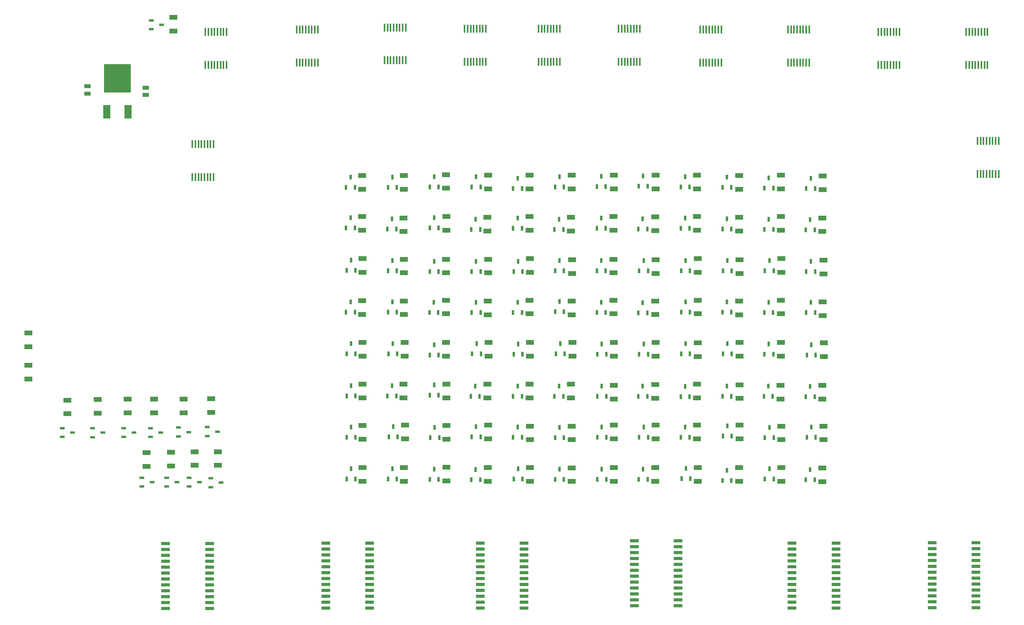
<source format=gbr>
%TF.GenerationSoftware,KiCad,Pcbnew,(5.1.6)-1*%
%TF.CreationDate,2021-11-11T13:14:54-05:00*%
%TF.ProjectId,ThermoPlate2_v1,54686572-6d6f-4506-9c61-7465325f7631,rev?*%
%TF.SameCoordinates,Original*%
%TF.FileFunction,Paste,Top*%
%TF.FilePolarity,Positive*%
%FSLAX46Y46*%
G04 Gerber Fmt 4.6, Leading zero omitted, Abs format (unit mm)*
G04 Created by KiCad (PCBNEW (5.1.6)-1) date 2021-11-11 13:14:54*
%MOMM*%
%LPD*%
G01*
G04 APERTURE LIST*
%ADD10R,1.752600X1.117600*%
%ADD11R,0.450000X1.800000*%
%ADD12R,1.390000X0.960000*%
%ADD13R,1.600000X3.000000*%
%ADD14R,5.800000X6.200000*%
%ADD15R,1.950000X0.650000*%
%ADD16R,1.050000X0.600000*%
%ADD17R,0.600000X1.050000*%
G04 APERTURE END LIST*
D10*
%TO.C,R109*%
X40800000Y-109226800D03*
X40800000Y-112173200D03*
%TD*%
%TO.C,R108*%
X40800000Y-102326800D03*
X40800000Y-105273200D03*
%TD*%
D11*
%TO.C,IC10*%
X150425000Y-43950000D03*
X151075000Y-43950000D03*
X151725000Y-43950000D03*
X152375000Y-43950000D03*
X153025000Y-43950000D03*
X153675000Y-43950000D03*
X154325000Y-43950000D03*
X154975000Y-43950000D03*
X154975000Y-36850000D03*
X154325000Y-36850000D03*
X153675000Y-36850000D03*
X153025000Y-36850000D03*
X152375000Y-36850000D03*
X151725000Y-36850000D03*
X151075000Y-36850000D03*
X150425000Y-36850000D03*
%TD*%
%TO.C,IC11*%
X167625000Y-36850000D03*
X168275000Y-36850000D03*
X168925000Y-36850000D03*
X169575000Y-36850000D03*
X170225000Y-36850000D03*
X170875000Y-36850000D03*
X171525000Y-36850000D03*
X172175000Y-36850000D03*
X172175000Y-43950000D03*
X171525000Y-43950000D03*
X170875000Y-43950000D03*
X170225000Y-43950000D03*
X169575000Y-43950000D03*
X168925000Y-43950000D03*
X168275000Y-43950000D03*
X167625000Y-43950000D03*
%TD*%
D10*
%TO.C,R36*%
X139600000Y-71273200D03*
X139600000Y-68326800D03*
%TD*%
D12*
%TO.C,C1*%
X66000000Y-51090000D03*
X66000000Y-49510000D03*
%TD*%
%TO.C,C2*%
X53500000Y-49210000D03*
X53500000Y-50790000D03*
%TD*%
D13*
%TO.C,IC1*%
X57615000Y-54679000D03*
X62185000Y-54679000D03*
D14*
X59900000Y-47500000D03*
%TD*%
D11*
%TO.C,IC2*%
X76025000Y-61650000D03*
X76675000Y-61650000D03*
X77325000Y-61650000D03*
X77975000Y-61650000D03*
X78625000Y-61650000D03*
X79275000Y-61650000D03*
X79925000Y-61650000D03*
X80575000Y-61650000D03*
X80575000Y-68750000D03*
X79925000Y-68750000D03*
X79275000Y-68750000D03*
X78625000Y-68750000D03*
X77975000Y-68750000D03*
X77325000Y-68750000D03*
X76675000Y-68750000D03*
X76025000Y-68750000D03*
%TD*%
D15*
%TO.C,IC3*%
X70275000Y-147615000D03*
X70275000Y-148885000D03*
X70275000Y-150155000D03*
X70275000Y-151425000D03*
X70275000Y-152695000D03*
X70275000Y-153965000D03*
X70275000Y-155235000D03*
X70275000Y-156505000D03*
X70275000Y-157775000D03*
X70275000Y-159045000D03*
X70275000Y-160315000D03*
X70275000Y-161585000D03*
X79725000Y-161585000D03*
X79725000Y-160315000D03*
X79725000Y-159045000D03*
X79725000Y-157775000D03*
X79725000Y-156505000D03*
X79725000Y-155235000D03*
X79725000Y-153965000D03*
X79725000Y-152695000D03*
X79725000Y-151425000D03*
X79725000Y-150155000D03*
X79725000Y-148885000D03*
X79725000Y-147615000D03*
%TD*%
D11*
%TO.C,IC4*%
X78825000Y-37550000D03*
X79475000Y-37550000D03*
X80125000Y-37550000D03*
X80775000Y-37550000D03*
X81425000Y-37550000D03*
X82075000Y-37550000D03*
X82725000Y-37550000D03*
X83375000Y-37550000D03*
X83375000Y-44650000D03*
X82725000Y-44650000D03*
X82075000Y-44650000D03*
X81425000Y-44650000D03*
X80775000Y-44650000D03*
X80125000Y-44650000D03*
X79475000Y-44650000D03*
X78825000Y-44650000D03*
%TD*%
%TO.C,IC5*%
X98425000Y-44150000D03*
X99075000Y-44150000D03*
X99725000Y-44150000D03*
X100375000Y-44150000D03*
X101025000Y-44150000D03*
X101675000Y-44150000D03*
X102325000Y-44150000D03*
X102975000Y-44150000D03*
X102975000Y-37050000D03*
X102325000Y-37050000D03*
X101675000Y-37050000D03*
X101025000Y-37050000D03*
X100375000Y-37050000D03*
X99725000Y-37050000D03*
X99075000Y-37050000D03*
X98425000Y-37050000D03*
%TD*%
D15*
%TO.C,IC6*%
X114125000Y-147515000D03*
X114125000Y-148785000D03*
X114125000Y-150055000D03*
X114125000Y-151325000D03*
X114125000Y-152595000D03*
X114125000Y-153865000D03*
X114125000Y-155135000D03*
X114125000Y-156405000D03*
X114125000Y-157675000D03*
X114125000Y-158945000D03*
X114125000Y-160215000D03*
X114125000Y-161485000D03*
X104675000Y-161485000D03*
X104675000Y-160215000D03*
X104675000Y-158945000D03*
X104675000Y-157675000D03*
X104675000Y-156405000D03*
X104675000Y-155135000D03*
X104675000Y-153865000D03*
X104675000Y-152595000D03*
X104675000Y-151325000D03*
X104675000Y-150055000D03*
X104675000Y-148785000D03*
X104675000Y-147515000D03*
%TD*%
D11*
%TO.C,IC7*%
X117325000Y-36550000D03*
X117975000Y-36550000D03*
X118625000Y-36550000D03*
X119275000Y-36550000D03*
X119925000Y-36550000D03*
X120575000Y-36550000D03*
X121225000Y-36550000D03*
X121875000Y-36550000D03*
X121875000Y-43650000D03*
X121225000Y-43650000D03*
X120575000Y-43650000D03*
X119925000Y-43650000D03*
X119275000Y-43650000D03*
X118625000Y-43650000D03*
X117975000Y-43650000D03*
X117325000Y-43650000D03*
%TD*%
%TO.C,IC8*%
X134525000Y-43950000D03*
X135175000Y-43950000D03*
X135825000Y-43950000D03*
X136475000Y-43950000D03*
X137125000Y-43950000D03*
X137775000Y-43950000D03*
X138425000Y-43950000D03*
X139075000Y-43950000D03*
X139075000Y-36850000D03*
X138425000Y-36850000D03*
X137775000Y-36850000D03*
X137125000Y-36850000D03*
X136475000Y-36850000D03*
X135825000Y-36850000D03*
X135175000Y-36850000D03*
X134525000Y-36850000D03*
%TD*%
D15*
%TO.C,IC9*%
X147325000Y-147515000D03*
X147325000Y-148785000D03*
X147325000Y-150055000D03*
X147325000Y-151325000D03*
X147325000Y-152595000D03*
X147325000Y-153865000D03*
X147325000Y-155135000D03*
X147325000Y-156405000D03*
X147325000Y-157675000D03*
X147325000Y-158945000D03*
X147325000Y-160215000D03*
X147325000Y-161485000D03*
X137875000Y-161485000D03*
X137875000Y-160215000D03*
X137875000Y-158945000D03*
X137875000Y-157675000D03*
X137875000Y-156405000D03*
X137875000Y-155135000D03*
X137875000Y-153865000D03*
X137875000Y-152595000D03*
X137875000Y-151325000D03*
X137875000Y-150055000D03*
X137875000Y-148785000D03*
X137875000Y-147515000D03*
%TD*%
%TO.C,IC12*%
X170975000Y-147015000D03*
X170975000Y-148285000D03*
X170975000Y-149555000D03*
X170975000Y-150825000D03*
X170975000Y-152095000D03*
X170975000Y-153365000D03*
X170975000Y-154635000D03*
X170975000Y-155905000D03*
X170975000Y-157175000D03*
X170975000Y-158445000D03*
X170975000Y-159715000D03*
X170975000Y-160985000D03*
X180425000Y-160985000D03*
X180425000Y-159715000D03*
X180425000Y-158445000D03*
X180425000Y-157175000D03*
X180425000Y-155905000D03*
X180425000Y-154635000D03*
X180425000Y-153365000D03*
X180425000Y-152095000D03*
X180425000Y-150825000D03*
X180425000Y-149555000D03*
X180425000Y-148285000D03*
X180425000Y-147015000D03*
%TD*%
D11*
%TO.C,IC13*%
X185125000Y-37050000D03*
X185775000Y-37050000D03*
X186425000Y-37050000D03*
X187075000Y-37050000D03*
X187725000Y-37050000D03*
X188375000Y-37050000D03*
X189025000Y-37050000D03*
X189675000Y-37050000D03*
X189675000Y-44150000D03*
X189025000Y-44150000D03*
X188375000Y-44150000D03*
X187725000Y-44150000D03*
X187075000Y-44150000D03*
X186425000Y-44150000D03*
X185775000Y-44150000D03*
X185125000Y-44150000D03*
%TD*%
%TO.C,IC14*%
X204025000Y-37050000D03*
X204675000Y-37050000D03*
X205325000Y-37050000D03*
X205975000Y-37050000D03*
X206625000Y-37050000D03*
X207275000Y-37050000D03*
X207925000Y-37050000D03*
X208575000Y-37050000D03*
X208575000Y-44150000D03*
X207925000Y-44150000D03*
X207275000Y-44150000D03*
X206625000Y-44150000D03*
X205975000Y-44150000D03*
X205325000Y-44150000D03*
X204675000Y-44150000D03*
X204025000Y-44150000D03*
%TD*%
D15*
%TO.C,IC15*%
X204875000Y-147515000D03*
X204875000Y-148785000D03*
X204875000Y-150055000D03*
X204875000Y-151325000D03*
X204875000Y-152595000D03*
X204875000Y-153865000D03*
X204875000Y-155135000D03*
X204875000Y-156405000D03*
X204875000Y-157675000D03*
X204875000Y-158945000D03*
X204875000Y-160215000D03*
X204875000Y-161485000D03*
X214325000Y-161485000D03*
X214325000Y-160215000D03*
X214325000Y-158945000D03*
X214325000Y-157675000D03*
X214325000Y-156405000D03*
X214325000Y-155135000D03*
X214325000Y-153865000D03*
X214325000Y-152595000D03*
X214325000Y-151325000D03*
X214325000Y-150055000D03*
X214325000Y-148785000D03*
X214325000Y-147515000D03*
%TD*%
D11*
%TO.C,IC16*%
X223425000Y-44650000D03*
X224075000Y-44650000D03*
X224725000Y-44650000D03*
X225375000Y-44650000D03*
X226025000Y-44650000D03*
X226675000Y-44650000D03*
X227325000Y-44650000D03*
X227975000Y-44650000D03*
X227975000Y-37550000D03*
X227325000Y-37550000D03*
X226675000Y-37550000D03*
X226025000Y-37550000D03*
X225375000Y-37550000D03*
X224725000Y-37550000D03*
X224075000Y-37550000D03*
X223425000Y-37550000D03*
%TD*%
%TO.C,IC17*%
X242325000Y-44650000D03*
X242975000Y-44650000D03*
X243625000Y-44650000D03*
X244275000Y-44650000D03*
X244925000Y-44650000D03*
X245575000Y-44650000D03*
X246225000Y-44650000D03*
X246875000Y-44650000D03*
X246875000Y-37550000D03*
X246225000Y-37550000D03*
X245575000Y-37550000D03*
X244925000Y-37550000D03*
X244275000Y-37550000D03*
X243625000Y-37550000D03*
X242975000Y-37550000D03*
X242325000Y-37550000D03*
%TD*%
D15*
%TO.C,IC18*%
X244425000Y-147415000D03*
X244425000Y-148685000D03*
X244425000Y-149955000D03*
X244425000Y-151225000D03*
X244425000Y-152495000D03*
X244425000Y-153765000D03*
X244425000Y-155035000D03*
X244425000Y-156305000D03*
X244425000Y-157575000D03*
X244425000Y-158845000D03*
X244425000Y-160115000D03*
X244425000Y-161385000D03*
X234975000Y-161385000D03*
X234975000Y-160115000D03*
X234975000Y-158845000D03*
X234975000Y-157575000D03*
X234975000Y-156305000D03*
X234975000Y-155035000D03*
X234975000Y-153765000D03*
X234975000Y-152495000D03*
X234975000Y-151225000D03*
X234975000Y-149955000D03*
X234975000Y-148685000D03*
X234975000Y-147415000D03*
%TD*%
D11*
%TO.C,IC19*%
X244750000Y-68100000D03*
X245400000Y-68100000D03*
X246050000Y-68100000D03*
X246700000Y-68100000D03*
X247350000Y-68100000D03*
X248000000Y-68100000D03*
X248650000Y-68100000D03*
X249300000Y-68100000D03*
X249300000Y-61000000D03*
X248650000Y-61000000D03*
X248000000Y-61000000D03*
X247350000Y-61000000D03*
X246700000Y-61000000D03*
X246050000Y-61000000D03*
X245400000Y-61000000D03*
X244750000Y-61000000D03*
%TD*%
D10*
%TO.C,R1*%
X49200000Y-119673200D03*
X49200000Y-116726800D03*
%TD*%
%TO.C,R2*%
X55700000Y-116600000D03*
X55700000Y-119546400D03*
%TD*%
%TO.C,R3*%
X62100000Y-119446400D03*
X62100000Y-116500000D03*
%TD*%
%TO.C,R4*%
X67800000Y-116526800D03*
X67800000Y-119473200D03*
%TD*%
%TO.C,R5*%
X74100000Y-119473200D03*
X74100000Y-116526800D03*
%TD*%
%TO.C,R6*%
X80100000Y-116426800D03*
X80100000Y-119373200D03*
%TD*%
%TO.C,R7*%
X66200000Y-130973200D03*
X66200000Y-128026800D03*
%TD*%
%TO.C,R8*%
X71400000Y-127926800D03*
X71400000Y-130873200D03*
%TD*%
%TO.C,R9*%
X76500000Y-130773200D03*
X76500000Y-127826800D03*
%TD*%
%TO.C,R10*%
X81500000Y-127826800D03*
X81500000Y-130773200D03*
%TD*%
%TO.C,R11*%
X112500000Y-71373200D03*
X112500000Y-68426800D03*
%TD*%
%TO.C,R12*%
X112500000Y-77226800D03*
X112500000Y-80173200D03*
%TD*%
%TO.C,R13*%
X112600000Y-86326800D03*
X112600000Y-89273200D03*
%TD*%
%TO.C,R14*%
X112500000Y-98273200D03*
X112500000Y-95326800D03*
%TD*%
%TO.C,R15*%
X112600000Y-104326800D03*
X112600000Y-107273200D03*
%TD*%
%TO.C,R16*%
X112600000Y-113326800D03*
X112600000Y-116273200D03*
%TD*%
%TO.C,R17*%
X112600000Y-125173200D03*
X112600000Y-122226800D03*
%TD*%
%TO.C,R18*%
X112600000Y-134173200D03*
X112600000Y-131226800D03*
%TD*%
%TO.C,R19*%
X71900000Y-37373200D03*
X71900000Y-34426800D03*
%TD*%
%TO.C,R20*%
X121500000Y-71373200D03*
X121500000Y-68426800D03*
%TD*%
%TO.C,R21*%
X121400000Y-77526800D03*
X121400000Y-80473200D03*
%TD*%
%TO.C,R22*%
X121500000Y-86426800D03*
X121500000Y-89373200D03*
%TD*%
%TO.C,R23*%
X121500000Y-98346400D03*
X121500000Y-95400000D03*
%TD*%
%TO.C,R24*%
X121600000Y-107273200D03*
X121600000Y-104326800D03*
%TD*%
%TO.C,R25*%
X121400000Y-116273200D03*
X121400000Y-113326800D03*
%TD*%
%TO.C,R26*%
X121700000Y-125073200D03*
X121700000Y-122126800D03*
%TD*%
%TO.C,R27*%
X121500000Y-131226800D03*
X121500000Y-134173200D03*
%TD*%
%TO.C,R28*%
X130500000Y-71173200D03*
X130500000Y-68226800D03*
%TD*%
%TO.C,R29*%
X130600000Y-77226800D03*
X130600000Y-80173200D03*
%TD*%
%TO.C,R30*%
X130500000Y-89373200D03*
X130500000Y-86426800D03*
%TD*%
%TO.C,R31*%
X130500000Y-95226800D03*
X130500000Y-98173200D03*
%TD*%
%TO.C,R32*%
X130500000Y-104326800D03*
X130500000Y-107273200D03*
%TD*%
%TO.C,R33*%
X130600000Y-113326800D03*
X130600000Y-116273200D03*
%TD*%
%TO.C,R34*%
X130600000Y-125173200D03*
X130600000Y-122226800D03*
%TD*%
%TO.C,R35*%
X130600000Y-131200000D03*
X130600000Y-134146400D03*
%TD*%
%TO.C,R37*%
X139400000Y-77426800D03*
X139400000Y-80373200D03*
%TD*%
%TO.C,R38*%
X139600000Y-86426800D03*
X139600000Y-89373200D03*
%TD*%
%TO.C,R39*%
X139500000Y-98373200D03*
X139500000Y-95426800D03*
%TD*%
%TO.C,R40*%
X139700000Y-107273200D03*
X139700000Y-104326800D03*
%TD*%
%TO.C,R41*%
X139400000Y-113326800D03*
X139400000Y-116273200D03*
%TD*%
%TO.C,R42*%
X139600000Y-122126800D03*
X139600000Y-125073200D03*
%TD*%
%TO.C,R43*%
X139500000Y-134173200D03*
X139500000Y-131226800D03*
%TD*%
%TO.C,R44*%
X148500000Y-71273200D03*
X148500000Y-68326800D03*
%TD*%
%TO.C,R45*%
X148500000Y-77226800D03*
X148500000Y-80173200D03*
%TD*%
%TO.C,R46*%
X148600000Y-86326800D03*
X148600000Y-89273200D03*
%TD*%
%TO.C,R47*%
X148500000Y-95226800D03*
X148500000Y-98173200D03*
%TD*%
%TO.C,R48*%
X148600000Y-107273200D03*
X148600000Y-104326800D03*
%TD*%
%TO.C,R49*%
X148500000Y-113326800D03*
X148500000Y-116273200D03*
%TD*%
%TO.C,R50*%
X148600000Y-122326800D03*
X148600000Y-125273200D03*
%TD*%
%TO.C,R51*%
X148600000Y-134173200D03*
X148600000Y-131226800D03*
%TD*%
%TO.C,R52*%
X157500000Y-71273200D03*
X157500000Y-68326800D03*
%TD*%
%TO.C,R53*%
X157400000Y-77426800D03*
X157400000Y-80373200D03*
%TD*%
%TO.C,R54*%
X157600000Y-86526800D03*
X157600000Y-89473200D03*
%TD*%
%TO.C,R55*%
X157500000Y-98373200D03*
X157500000Y-95426800D03*
%TD*%
%TO.C,R56*%
X157700000Y-107273200D03*
X157700000Y-104326800D03*
%TD*%
%TO.C,R57*%
X157400000Y-116273200D03*
X157400000Y-113326800D03*
%TD*%
%TO.C,R58*%
X157500000Y-125273200D03*
X157500000Y-122326800D03*
%TD*%
%TO.C,R59*%
X157500000Y-131300000D03*
X157500000Y-134246400D03*
%TD*%
%TO.C,R60*%
X166600000Y-68326800D03*
X166600000Y-71273200D03*
%TD*%
%TO.C,R61*%
X166500000Y-80173200D03*
X166500000Y-77226800D03*
%TD*%
%TO.C,R62*%
X166500000Y-86426800D03*
X166500000Y-89373200D03*
%TD*%
%TO.C,R63*%
X166500000Y-98173200D03*
X166500000Y-95226800D03*
%TD*%
%TO.C,R64*%
X166600000Y-107273200D03*
X166600000Y-104326800D03*
%TD*%
%TO.C,R65*%
X166600000Y-113526800D03*
X166600000Y-116473200D03*
%TD*%
%TO.C,R66*%
X166600000Y-122126800D03*
X166600000Y-125073200D03*
%TD*%
%TO.C,R67*%
X166600000Y-134173200D03*
X166600000Y-131226800D03*
%TD*%
%TO.C,R68*%
X175600000Y-71273200D03*
X175600000Y-68326800D03*
%TD*%
%TO.C,R69*%
X175500000Y-77326800D03*
X175500000Y-80273200D03*
%TD*%
%TO.C,R70*%
X175600000Y-86526800D03*
X175600000Y-89473200D03*
%TD*%
%TO.C,R71*%
X175500000Y-98346400D03*
X175500000Y-95400000D03*
%TD*%
%TO.C,R72*%
X175600000Y-104326800D03*
X175600000Y-107273200D03*
%TD*%
%TO.C,R73*%
X175500000Y-116313001D03*
X175500000Y-113366601D03*
%TD*%
%TO.C,R74*%
X175600000Y-125073200D03*
X175600000Y-122126800D03*
%TD*%
%TO.C,R75*%
X175500000Y-131226800D03*
X175500000Y-134173200D03*
%TD*%
%TO.C,R76*%
X184500000Y-68326800D03*
X184500000Y-71273200D03*
%TD*%
%TO.C,R77*%
X184500000Y-80173200D03*
X184500000Y-77226800D03*
%TD*%
%TO.C,R78*%
X184600000Y-89273200D03*
X184600000Y-86326800D03*
%TD*%
%TO.C,R79*%
X184600000Y-95226800D03*
X184600000Y-98173200D03*
%TD*%
%TO.C,R80*%
X184600000Y-104426800D03*
X184600000Y-107373200D03*
%TD*%
%TO.C,R81*%
X184500000Y-116273200D03*
X184500000Y-113326800D03*
%TD*%
%TO.C,R82*%
X184500000Y-125073200D03*
X184500000Y-122126800D03*
%TD*%
%TO.C,R83*%
X184600000Y-131226800D03*
X184600000Y-134173200D03*
%TD*%
%TO.C,R84*%
X193500000Y-68426800D03*
X193500000Y-71373200D03*
%TD*%
%TO.C,R85*%
X193500000Y-80373200D03*
X193500000Y-77426800D03*
%TD*%
%TO.C,R86*%
X193600000Y-89473200D03*
X193600000Y-86526800D03*
%TD*%
%TO.C,R87*%
X193500000Y-95426800D03*
X193500000Y-98373200D03*
%TD*%
%TO.C,R88*%
X193600000Y-104326800D03*
X193600000Y-107273200D03*
%TD*%
%TO.C,R89*%
X193600000Y-116373200D03*
X193600000Y-113426800D03*
%TD*%
%TO.C,R90*%
X193600000Y-125073200D03*
X193600000Y-122126800D03*
%TD*%
%TO.C,R91*%
X193500000Y-131226800D03*
X193500000Y-134173200D03*
%TD*%
%TO.C,R92*%
X202500000Y-68326800D03*
X202500000Y-71273200D03*
%TD*%
%TO.C,R93*%
X202500000Y-80173200D03*
X202500000Y-77226800D03*
%TD*%
%TO.C,R94*%
X202600000Y-89273200D03*
X202600000Y-86326800D03*
%TD*%
%TO.C,R95*%
X202500000Y-95226800D03*
X202500000Y-98173200D03*
%TD*%
%TO.C,R96*%
X202500000Y-104326800D03*
X202500000Y-107273200D03*
%TD*%
%TO.C,R97*%
X202400000Y-116473200D03*
X202400000Y-113526800D03*
%TD*%
%TO.C,R98*%
X202600000Y-125273200D03*
X202600000Y-122326800D03*
%TD*%
%TO.C,R99*%
X202600000Y-131226800D03*
X202600000Y-134173200D03*
%TD*%
%TO.C,R100*%
X211500000Y-68526800D03*
X211500000Y-71473200D03*
%TD*%
%TO.C,R101*%
X211400000Y-80473200D03*
X211400000Y-77526800D03*
%TD*%
%TO.C,R102*%
X211600000Y-89573200D03*
X211600000Y-86626800D03*
%TD*%
%TO.C,R103*%
X211500000Y-95626800D03*
X211500000Y-98573200D03*
%TD*%
%TO.C,R104*%
X211700000Y-104426800D03*
X211700000Y-107373200D03*
%TD*%
%TO.C,R105*%
X211400000Y-116473200D03*
X211400000Y-113526800D03*
%TD*%
%TO.C,R106*%
X211600000Y-125273200D03*
X211600000Y-122326800D03*
%TD*%
%TO.C,R107*%
X211400000Y-131326800D03*
X211400000Y-134273200D03*
%TD*%
D16*
%TO.C,Q1*%
X50300000Y-123700000D03*
X48100000Y-124650000D03*
X48100000Y-122750000D03*
%TD*%
%TO.C,Q2*%
X54600000Y-122800000D03*
X54600000Y-124700000D03*
X56800000Y-123750000D03*
%TD*%
%TO.C,Q3*%
X61300000Y-122750000D03*
X61300000Y-124650000D03*
X63500000Y-123700000D03*
%TD*%
%TO.C,Q4*%
X67000000Y-122750000D03*
X67000000Y-124650000D03*
X69200000Y-123700000D03*
%TD*%
%TO.C,Q5*%
X75200000Y-123600000D03*
X73000000Y-124550000D03*
X73000000Y-122650000D03*
%TD*%
%TO.C,Q6*%
X79200000Y-122550000D03*
X79200000Y-124450000D03*
X81400000Y-123500000D03*
%TD*%
%TO.C,Q7*%
X67400000Y-134400000D03*
X65200000Y-135350000D03*
X65200000Y-133450000D03*
%TD*%
%TO.C,Q8*%
X72700000Y-134400000D03*
X70500000Y-135350000D03*
X70500000Y-133450000D03*
%TD*%
%TO.C,Q9*%
X75300000Y-133450000D03*
X75300000Y-135350000D03*
X77500000Y-134400000D03*
%TD*%
%TO.C,Q10*%
X80000000Y-133550000D03*
X80000000Y-135450000D03*
X82200000Y-134500000D03*
%TD*%
D17*
%TO.C,Q11*%
X110000000Y-68800000D03*
X110950000Y-71000000D03*
X109050000Y-71000000D03*
%TD*%
%TO.C,Q12*%
X110000000Y-77500000D03*
X110950000Y-79700000D03*
X109050000Y-79700000D03*
%TD*%
%TO.C,Q13*%
X109150000Y-88800000D03*
X111050000Y-88800000D03*
X110100000Y-86600000D03*
%TD*%
%TO.C,Q14*%
X110000000Y-95600000D03*
X110950000Y-97800000D03*
X109050000Y-97800000D03*
%TD*%
%TO.C,Q15*%
X110100000Y-104600000D03*
X111050000Y-106800000D03*
X109150000Y-106800000D03*
%TD*%
%TO.C,Q16*%
X109150000Y-115800000D03*
X111050000Y-115800000D03*
X110100000Y-113600000D03*
%TD*%
%TO.C,Q17*%
X110100000Y-122500000D03*
X111050000Y-124700000D03*
X109150000Y-124700000D03*
%TD*%
%TO.C,Q18*%
X110100000Y-131500000D03*
X111050000Y-133700000D03*
X109150000Y-133700000D03*
%TD*%
D16*
%TO.C,Q19*%
X69400000Y-36000000D03*
X67200000Y-36950000D03*
X67200000Y-35050000D03*
%TD*%
D17*
%TO.C,Q20*%
X118050000Y-71000000D03*
X119950000Y-71000000D03*
X119000000Y-68800000D03*
%TD*%
%TO.C,Q21*%
X117950000Y-79900000D03*
X119850000Y-79900000D03*
X118900000Y-77700000D03*
%TD*%
%TO.C,Q22*%
X118050000Y-88900000D03*
X119950000Y-88900000D03*
X119000000Y-86700000D03*
%TD*%
%TO.C,Q23*%
X118050000Y-97800000D03*
X119950000Y-97800000D03*
X119000000Y-95600000D03*
%TD*%
%TO.C,Q24*%
X119100000Y-104600000D03*
X120050000Y-106800000D03*
X118150000Y-106800000D03*
%TD*%
%TO.C,Q25*%
X117950000Y-115800000D03*
X119850000Y-115800000D03*
X118900000Y-113600000D03*
%TD*%
%TO.C,Q26*%
X119200000Y-122400000D03*
X120150000Y-124600000D03*
X118250000Y-124600000D03*
%TD*%
%TO.C,Q27*%
X119000000Y-131500000D03*
X119950000Y-133700000D03*
X118050000Y-133700000D03*
%TD*%
%TO.C,Q28*%
X128000000Y-68700000D03*
X128950000Y-70900000D03*
X127050000Y-70900000D03*
%TD*%
%TO.C,Q29*%
X128000000Y-77500000D03*
X128950000Y-79700000D03*
X127050000Y-79700000D03*
%TD*%
%TO.C,Q30*%
X127050000Y-89100000D03*
X128950000Y-89100000D03*
X128000000Y-86900000D03*
%TD*%
%TO.C,Q31*%
X127900000Y-95700000D03*
X128850000Y-97900000D03*
X126950000Y-97900000D03*
%TD*%
%TO.C,Q32*%
X128000000Y-104800000D03*
X128950000Y-107000000D03*
X127050000Y-107000000D03*
%TD*%
%TO.C,Q33*%
X127050000Y-115700000D03*
X128950000Y-115700000D03*
X128000000Y-113500000D03*
%TD*%
%TO.C,Q34*%
X128100000Y-122600000D03*
X129050000Y-124800000D03*
X127150000Y-124800000D03*
%TD*%
%TO.C,Q35*%
X128000000Y-131600000D03*
X128950000Y-133800000D03*
X127050000Y-133800000D03*
%TD*%
%TO.C,Q36*%
X136050000Y-70900000D03*
X137950000Y-70900000D03*
X137000000Y-68700000D03*
%TD*%
%TO.C,Q37*%
X136900000Y-77800000D03*
X137850000Y-80000000D03*
X135950000Y-80000000D03*
%TD*%
%TO.C,Q38*%
X136050000Y-89100000D03*
X137950000Y-89100000D03*
X137000000Y-86900000D03*
%TD*%
%TO.C,Q39*%
X136050000Y-97900000D03*
X137950000Y-97900000D03*
X137000000Y-95700000D03*
%TD*%
%TO.C,Q40*%
X136150000Y-106800000D03*
X138050000Y-106800000D03*
X137100000Y-104600000D03*
%TD*%
%TO.C,Q41*%
X136800000Y-113700000D03*
X137750000Y-115900000D03*
X135850000Y-115900000D03*
%TD*%
%TO.C,Q42*%
X137000000Y-122400000D03*
X137950000Y-124600000D03*
X136050000Y-124600000D03*
%TD*%
%TO.C,Q43*%
X135950000Y-133900000D03*
X137850000Y-133900000D03*
X136900000Y-131700000D03*
%TD*%
%TO.C,Q44*%
X145900000Y-69000000D03*
X146850000Y-71200000D03*
X144950000Y-71200000D03*
%TD*%
%TO.C,Q45*%
X145900000Y-77600000D03*
X146850000Y-79800000D03*
X144950000Y-79800000D03*
%TD*%
%TO.C,Q46*%
X145050000Y-89100000D03*
X146950000Y-89100000D03*
X146000000Y-86900000D03*
%TD*%
%TO.C,Q47*%
X144950000Y-97900000D03*
X146850000Y-97900000D03*
X145900000Y-95700000D03*
%TD*%
%TO.C,Q48*%
X145050000Y-106900000D03*
X146950000Y-106900000D03*
X146000000Y-104700000D03*
%TD*%
%TO.C,Q49*%
X144950000Y-115900000D03*
X146850000Y-115900000D03*
X145900000Y-113700000D03*
%TD*%
%TO.C,Q50*%
X144950000Y-124700000D03*
X146850000Y-124700000D03*
X145900000Y-122500000D03*
%TD*%
%TO.C,Q51*%
X146000000Y-131500000D03*
X146950000Y-133700000D03*
X145050000Y-133700000D03*
%TD*%
%TO.C,Q52*%
X154900000Y-68700000D03*
X155850000Y-70900000D03*
X153950000Y-70900000D03*
%TD*%
%TO.C,Q53*%
X153850000Y-80000000D03*
X155750000Y-80000000D03*
X154800000Y-77800000D03*
%TD*%
%TO.C,Q54*%
X153950000Y-88900000D03*
X155850000Y-88900000D03*
X154900000Y-86700000D03*
%TD*%
%TO.C,Q55*%
X153950000Y-97700000D03*
X155850000Y-97700000D03*
X154900000Y-95500000D03*
%TD*%
%TO.C,Q56*%
X154150000Y-106800000D03*
X156050000Y-106800000D03*
X155100000Y-104600000D03*
%TD*%
%TO.C,Q57*%
X154800000Y-113700000D03*
X155750000Y-115900000D03*
X153850000Y-115900000D03*
%TD*%
%TO.C,Q58*%
X153950000Y-124800000D03*
X155850000Y-124800000D03*
X154900000Y-122600000D03*
%TD*%
%TO.C,Q59*%
X154900000Y-131600000D03*
X155850000Y-133800000D03*
X153950000Y-133800000D03*
%TD*%
%TO.C,Q60*%
X163900000Y-68600000D03*
X164850000Y-70800000D03*
X162950000Y-70800000D03*
%TD*%
%TO.C,Q61*%
X162950000Y-79800000D03*
X164850000Y-79800000D03*
X163900000Y-77600000D03*
%TD*%
%TO.C,Q62*%
X163900000Y-86700000D03*
X164850000Y-88900000D03*
X162950000Y-88900000D03*
%TD*%
%TO.C,Q63*%
X162950000Y-97900000D03*
X164850000Y-97900000D03*
X163900000Y-95700000D03*
%TD*%
%TO.C,Q64*%
X163050000Y-106900000D03*
X164950000Y-106900000D03*
X164000000Y-104700000D03*
%TD*%
%TO.C,Q65*%
X164000000Y-113700000D03*
X164950000Y-115900000D03*
X163050000Y-115900000D03*
%TD*%
%TO.C,Q66*%
X164000000Y-122500000D03*
X164950000Y-124700000D03*
X163050000Y-124700000D03*
%TD*%
%TO.C,Q67*%
X164000000Y-131600000D03*
X164950000Y-133800000D03*
X163050000Y-133800000D03*
%TD*%
%TO.C,Q68*%
X171950000Y-70700000D03*
X173850000Y-70700000D03*
X172900000Y-68500000D03*
%TD*%
%TO.C,Q69*%
X171850000Y-79900000D03*
X173750000Y-79900000D03*
X172800000Y-77700000D03*
%TD*%
%TO.C,Q70*%
X173000000Y-86700000D03*
X173950000Y-88900000D03*
X172050000Y-88900000D03*
%TD*%
%TO.C,Q71*%
X172800000Y-95800000D03*
X173750000Y-98000000D03*
X171850000Y-98000000D03*
%TD*%
%TO.C,Q72*%
X172050000Y-106900000D03*
X173950000Y-106900000D03*
X173000000Y-104700000D03*
%TD*%
%TO.C,Q73*%
X172800000Y-113700000D03*
X173750000Y-115900000D03*
X171850000Y-115900000D03*
%TD*%
%TO.C,Q74*%
X172050000Y-124700000D03*
X173950000Y-124700000D03*
X173000000Y-122500000D03*
%TD*%
%TO.C,Q75*%
X172900000Y-131600000D03*
X173850000Y-133800000D03*
X171950000Y-133800000D03*
%TD*%
%TO.C,Q76*%
X180950000Y-70900000D03*
X182850000Y-70900000D03*
X181900000Y-68700000D03*
%TD*%
%TO.C,Q77*%
X180950000Y-79800000D03*
X182850000Y-79800000D03*
X181900000Y-77600000D03*
%TD*%
%TO.C,Q78*%
X181050000Y-88900000D03*
X182950000Y-88900000D03*
X182000000Y-86700000D03*
%TD*%
%TO.C,Q79*%
X182000000Y-95600000D03*
X182950000Y-97800000D03*
X181050000Y-97800000D03*
%TD*%
%TO.C,Q80*%
X181050000Y-106800000D03*
X182950000Y-106800000D03*
X182000000Y-104600000D03*
%TD*%
%TO.C,Q81*%
X181900000Y-113800000D03*
X182850000Y-116000000D03*
X180950000Y-116000000D03*
%TD*%
%TO.C,Q82*%
X181900000Y-122500000D03*
X182850000Y-124700000D03*
X180950000Y-124700000D03*
%TD*%
%TO.C,Q83*%
X181150000Y-133600000D03*
X183050000Y-133600000D03*
X182100000Y-131400000D03*
%TD*%
%TO.C,Q84*%
X189950000Y-71000000D03*
X191850000Y-71000000D03*
X190900000Y-68800000D03*
%TD*%
%TO.C,Q85*%
X190900000Y-77700000D03*
X191850000Y-79900000D03*
X189950000Y-79900000D03*
%TD*%
%TO.C,Q86*%
X191000000Y-86700000D03*
X191950000Y-88900000D03*
X190050000Y-88900000D03*
%TD*%
%TO.C,Q87*%
X189950000Y-97800000D03*
X191850000Y-97800000D03*
X190900000Y-95600000D03*
%TD*%
%TO.C,Q88*%
X191000000Y-104600000D03*
X191950000Y-106800000D03*
X190050000Y-106800000D03*
%TD*%
%TO.C,Q89*%
X189950000Y-115900000D03*
X191850000Y-115900000D03*
X190900000Y-113700000D03*
%TD*%
%TO.C,Q90*%
X191000000Y-122300000D03*
X191950000Y-124500000D03*
X190050000Y-124500000D03*
%TD*%
%TO.C,Q91*%
X190900000Y-131800000D03*
X191850000Y-134000000D03*
X189950000Y-134000000D03*
%TD*%
%TO.C,Q92*%
X198950000Y-71100000D03*
X200850000Y-71100000D03*
X199900000Y-68900000D03*
%TD*%
%TO.C,Q93*%
X199900000Y-77800000D03*
X200850000Y-80000000D03*
X198950000Y-80000000D03*
%TD*%
%TO.C,Q94*%
X199050000Y-88900000D03*
X200950000Y-88900000D03*
X200000000Y-86700000D03*
%TD*%
%TO.C,Q95*%
X198900000Y-97900000D03*
X200800000Y-97900000D03*
X199850000Y-95700000D03*
%TD*%
%TO.C,Q96*%
X199900000Y-104700000D03*
X200850000Y-106900000D03*
X198950000Y-106900000D03*
%TD*%
%TO.C,Q97*%
X199800000Y-113700000D03*
X200750000Y-115900000D03*
X198850000Y-115900000D03*
%TD*%
%TO.C,Q98*%
X199050000Y-124800000D03*
X200950000Y-124800000D03*
X200000000Y-122600000D03*
%TD*%
%TO.C,Q99*%
X199050000Y-133700000D03*
X200950000Y-133700000D03*
X200000000Y-131500000D03*
%TD*%
%TO.C,Q100*%
X207950000Y-71200000D03*
X209850000Y-71200000D03*
X208900000Y-69000000D03*
%TD*%
%TO.C,Q101*%
X207850000Y-80100000D03*
X209750000Y-80100000D03*
X208800000Y-77900000D03*
%TD*%
%TO.C,Q102*%
X208900000Y-86900000D03*
X209850000Y-89100000D03*
X207950000Y-89100000D03*
%TD*%
%TO.C,Q103*%
X207950000Y-97900000D03*
X209850000Y-97900000D03*
X208900000Y-95700000D03*
%TD*%
%TO.C,Q104*%
X209000000Y-104800000D03*
X209950000Y-107000000D03*
X208050000Y-107000000D03*
%TD*%
%TO.C,Q105*%
X208800000Y-113800000D03*
X209750000Y-116000000D03*
X207850000Y-116000000D03*
%TD*%
%TO.C,Q106*%
X209000000Y-122500000D03*
X209950000Y-124700000D03*
X208050000Y-124700000D03*
%TD*%
%TO.C,Q107*%
X207850000Y-133900000D03*
X209750000Y-133900000D03*
X208800000Y-131700000D03*
%TD*%
M02*

</source>
